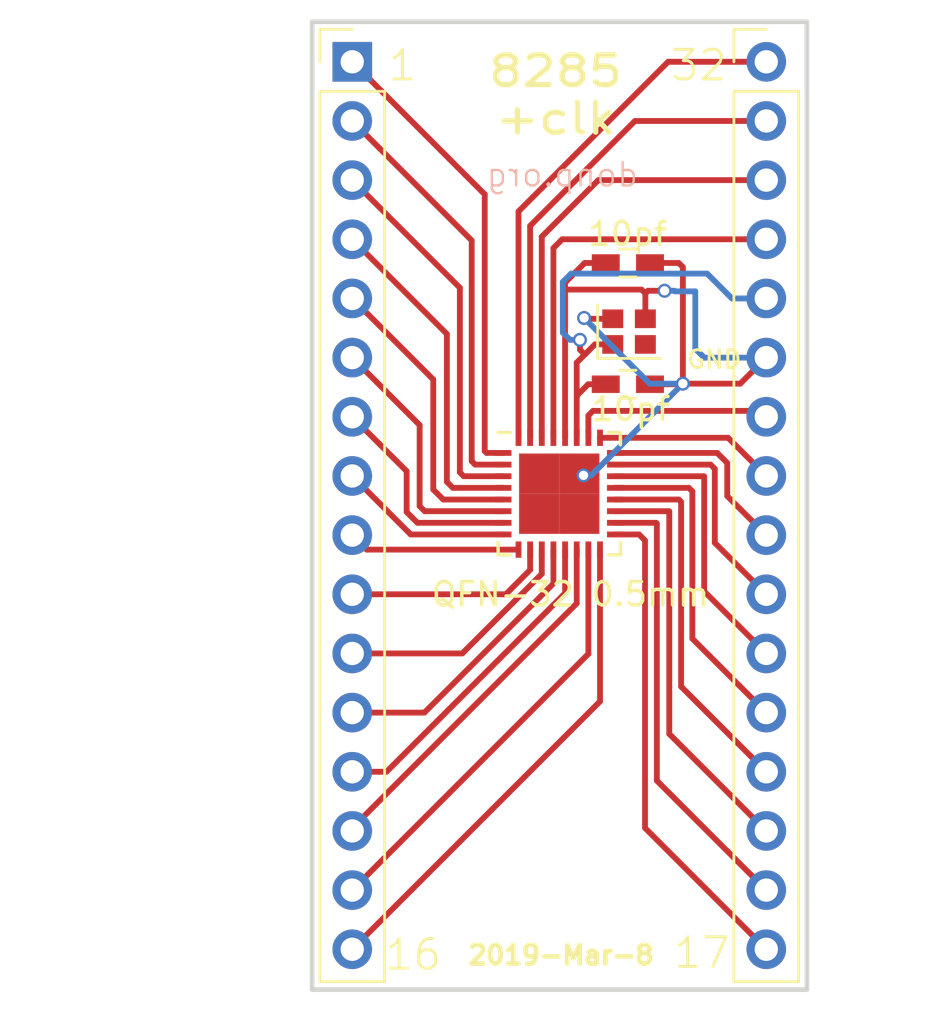
<source format=kicad_pcb>
(kicad_pcb (version 20171130) (host pcbnew 5.0.2-bee76a0~70~ubuntu18.04.1)

  (general
    (thickness 1.6)
    (drawings 12)
    (tracks 157)
    (zones 0)
    (modules 6)
    (nets 1)
  )

  (page A4)
  (layers
    (0 F.Cu signal)
    (31 B.Cu signal)
    (32 B.Adhes user)
    (33 F.Adhes user)
    (34 B.Paste user)
    (35 F.Paste user)
    (36 B.SilkS user)
    (37 F.SilkS user)
    (38 B.Mask user)
    (39 F.Mask user)
    (40 Dwgs.User user)
    (41 Cmts.User user)
    (42 Eco1.User user)
    (43 Eco2.User user)
    (44 Edge.Cuts user)
    (45 Margin user)
    (46 B.CrtYd user)
    (47 F.CrtYd user)
    (48 B.Fab user)
    (49 F.Fab user)
  )

  (setup
    (last_trace_width 0.25)
    (trace_clearance 0.2)
    (zone_clearance 0.508)
    (zone_45_only no)
    (trace_min 0.2)
    (segment_width 0.2)
    (edge_width 0.2)
    (via_size 0.6)
    (via_drill 0.4)
    (via_min_size 0.4)
    (via_min_drill 0.3)
    (uvia_size 0.3)
    (uvia_drill 0.1)
    (uvias_allowed no)
    (uvia_min_size 0.2)
    (uvia_min_drill 0.1)
    (pcb_text_width 0.3)
    (pcb_text_size 1.5 1.5)
    (mod_edge_width 0.15)
    (mod_text_size 1 1)
    (mod_text_width 0.15)
    (pad_size 1.7 1.7)
    (pad_drill 1)
    (pad_to_mask_clearance 0.2)
    (solder_mask_min_width 0.25)
    (aux_axis_origin 0 0)
    (visible_elements FFFEFFFF)
    (pcbplotparams
      (layerselection 0x010f0_80000001)
      (usegerberextensions true)
      (usegerberattributes false)
      (usegerberadvancedattributes false)
      (creategerberjobfile false)
      (excludeedgelayer true)
      (linewidth 0.100000)
      (plotframeref false)
      (viasonmask false)
      (mode 1)
      (useauxorigin false)
      (hpglpennumber 1)
      (hpglpenspeed 20)
      (hpglpendiameter 15.000000)
      (psnegative false)
      (psa4output false)
      (plotreference true)
      (plotvalue true)
      (plotinvisibletext false)
      (padsonsilk false)
      (subtractmaskfromsilk false)
      (outputformat 1)
      (mirror false)
      (drillshape 0)
      (scaleselection 1)
      (outputdirectory "/home/donp/osh"))
  )

  (net 0 "")

  (net_class Default "This is the default net class."
    (clearance 0.2)
    (trace_width 0.25)
    (via_dia 0.6)
    (via_drill 0.4)
    (uvia_dia 0.3)
    (uvia_drill 0.1)
  )

  (module Capacitors_SMD:C_0603_HandSoldering (layer F.Cu) (tedit 5C82C228) (tstamp 58BC7DF5)
    (at 138.8364 64.516)
    (descr "Capacitor SMD 0603, hand soldering")
    (tags "capacitor 0603")
    (attr smd)
    (fp_text reference 10pf (at 0 -1.25) (layer F.SilkS)
      (effects (font (size 1 1) (thickness 0.15)))
    )
    (fp_text value "" (at 0 1.5) (layer F.Fab) hide
      (effects (font (size 1 1) (thickness 0.15)))
    )
    (fp_text user "" (at 0 -1.25) (layer F.Fab)
      (effects (font (size 1 1) (thickness 0.15)))
    )
    (fp_line (start -0.8 0.4) (end -0.8 -0.4) (layer F.Fab) (width 0.1))
    (fp_line (start 0.8 0.4) (end -0.8 0.4) (layer F.Fab) (width 0.1))
    (fp_line (start 0.8 -0.4) (end 0.8 0.4) (layer F.Fab) (width 0.1))
    (fp_line (start -0.8 -0.4) (end 0.8 -0.4) (layer F.Fab) (width 0.1))
    (fp_line (start -0.35 -0.6) (end 0.35 -0.6) (layer F.SilkS) (width 0.12))
    (fp_line (start 0.35 0.6) (end -0.35 0.6) (layer F.SilkS) (width 0.12))
    (fp_line (start -1.8 -0.65) (end 1.8 -0.65) (layer F.CrtYd) (width 0.05))
    (fp_line (start -1.8 -0.65) (end -1.8 0.65) (layer F.CrtYd) (width 0.05))
    (fp_line (start 1.8 0.65) (end 1.8 -0.65) (layer F.CrtYd) (width 0.05))
    (fp_line (start 1.8 0.65) (end -1.8 0.65) (layer F.CrtYd) (width 0.05))
    (pad 1 smd rect (at -0.95 0) (size 1.2 0.75) (layers F.Cu F.Paste F.Mask))
    (pad 2 smd rect (at 0.95 0) (size 1.2 0.75) (layers F.Cu F.Paste F.Mask))
    (model Capacitors_SMD.3dshapes/C_0603.wrl
      (at (xyz 0 0 0))
      (scale (xyz 1 1 1))
      (rotate (xyz 0 0 0))
    )
  )

  (module Housings_DFN_QFN:QFN-32-1EP_5x5mm_Pitch0.5mm (layer F.Cu) (tedit 58BB1A1A) (tstamp 586A90D0)
    (at 135.89 74.422)
    (descr "UH Package; 32-Lead Plastic QFN (5mm x 5mm); (see Linear Technology QFN_32_05-08-1693.pdf)")
    (tags "QFN 0.5")
    (attr smd)
    (fp_text reference "QFN-32 0.5mm" (at 0.4826 4.318) (layer F.SilkS)
      (effects (font (size 1 1) (thickness 0.15)))
    )
    (fp_text value QFN-32-1EP_5x5mm_Pitch0.5mm (at 0 3.75) (layer F.Fab)
      (effects (font (size 1 1) (thickness 0.15)))
    )
    (fp_line (start -1.5 -2.5) (end 2.5 -2.5) (layer F.Fab) (width 0.15))
    (fp_line (start 2.5 -2.5) (end 2.5 2.5) (layer F.Fab) (width 0.15))
    (fp_line (start 2.5 2.5) (end -2.5 2.5) (layer F.Fab) (width 0.15))
    (fp_line (start -2.5 2.5) (end -2.5 -1.5) (layer F.Fab) (width 0.15))
    (fp_line (start -2.5 -1.5) (end -1.5 -2.5) (layer F.Fab) (width 0.15))
    (fp_line (start -3 -3) (end -3 3) (layer F.CrtYd) (width 0.05))
    (fp_line (start 3 -3) (end 3 3) (layer F.CrtYd) (width 0.05))
    (fp_line (start -3 -3) (end 3 -3) (layer F.CrtYd) (width 0.05))
    (fp_line (start -3 3) (end 3 3) (layer F.CrtYd) (width 0.05))
    (fp_line (start 2.625 -2.625) (end 2.625 -2.1) (layer F.SilkS) (width 0.15))
    (fp_line (start -2.625 2.625) (end -2.625 2.1) (layer F.SilkS) (width 0.15))
    (fp_line (start 2.625 2.625) (end 2.625 2.1) (layer F.SilkS) (width 0.15))
    (fp_line (start -2.625 -2.625) (end -2.1 -2.625) (layer F.SilkS) (width 0.15))
    (fp_line (start -2.625 2.625) (end -2.1 2.625) (layer F.SilkS) (width 0.15))
    (fp_line (start 2.625 2.625) (end 2.1 2.625) (layer F.SilkS) (width 0.15))
    (fp_line (start 2.625 -2.625) (end 2.1 -2.625) (layer F.SilkS) (width 0.15))
    (pad 1 smd rect (at -2.4 -1.75) (size 0.7 0.25) (layers F.Cu F.Paste F.Mask))
    (pad 2 smd rect (at -2.4 -1.25) (size 0.7 0.25) (layers F.Cu F.Paste F.Mask))
    (pad 3 smd rect (at -2.4 -0.75) (size 0.7 0.25) (layers F.Cu F.Paste F.Mask))
    (pad 4 smd rect (at -2.4 -0.25) (size 0.7 0.25) (layers F.Cu F.Paste F.Mask))
    (pad 5 smd rect (at -2.4 0.25) (size 0.7 0.25) (layers F.Cu F.Paste F.Mask))
    (pad 6 smd rect (at -2.4 0.75) (size 0.7 0.25) (layers F.Cu F.Paste F.Mask))
    (pad 7 smd rect (at -2.4 1.25) (size 0.7 0.25) (layers F.Cu F.Paste F.Mask))
    (pad 8 smd rect (at -2.4 1.75) (size 0.7 0.25) (layers F.Cu F.Paste F.Mask))
    (pad 9 smd rect (at -1.75 2.4 90) (size 0.7 0.25) (layers F.Cu F.Paste F.Mask))
    (pad 10 smd rect (at -1.25 2.4 90) (size 0.7 0.25) (layers F.Cu F.Paste F.Mask))
    (pad 11 smd rect (at -0.75 2.4 90) (size 0.7 0.25) (layers F.Cu F.Paste F.Mask))
    (pad 12 smd rect (at -0.25 2.4 90) (size 0.7 0.25) (layers F.Cu F.Paste F.Mask))
    (pad 13 smd rect (at 0.25 2.4 90) (size 0.7 0.25) (layers F.Cu F.Paste F.Mask))
    (pad 14 smd rect (at 0.75 2.4 90) (size 0.7 0.25) (layers F.Cu F.Paste F.Mask))
    (pad 15 smd rect (at 1.25 2.4 90) (size 0.7 0.25) (layers F.Cu F.Paste F.Mask))
    (pad 16 smd rect (at 1.75 2.4 90) (size 0.7 0.25) (layers F.Cu F.Paste F.Mask))
    (pad 17 smd rect (at 2.4 1.75) (size 0.7 0.25) (layers F.Cu F.Paste F.Mask))
    (pad 18 smd rect (at 2.4 1.25) (size 0.7 0.25) (layers F.Cu F.Paste F.Mask))
    (pad 19 smd rect (at 2.4 0.75) (size 0.7 0.25) (layers F.Cu F.Paste F.Mask))
    (pad 20 smd rect (at 2.4 0.25) (size 0.7 0.25) (layers F.Cu F.Paste F.Mask))
    (pad 21 smd rect (at 2.4 -0.25) (size 0.7 0.25) (layers F.Cu F.Paste F.Mask))
    (pad 22 smd rect (at 2.4 -0.75) (size 0.7 0.25) (layers F.Cu F.Paste F.Mask))
    (pad 23 smd rect (at 2.4 -1.25) (size 0.7 0.25) (layers F.Cu F.Paste F.Mask))
    (pad 24 smd rect (at 2.4 -1.75) (size 0.7 0.25) (layers F.Cu F.Paste F.Mask))
    (pad 25 smd rect (at 1.75 -2.4 90) (size 0.7 0.25) (layers F.Cu F.Paste F.Mask))
    (pad 26 smd rect (at 1.25 -2.4 90) (size 0.7 0.25) (layers F.Cu F.Paste F.Mask))
    (pad 27 smd rect (at 0.75 -2.4 90) (size 0.7 0.25) (layers F.Cu F.Paste F.Mask))
    (pad 28 smd rect (at 0.25 -2.4 90) (size 0.7 0.25) (layers F.Cu F.Paste F.Mask))
    (pad 29 smd rect (at -0.25 -2.4 90) (size 0.7 0.25) (layers F.Cu F.Paste F.Mask))
    (pad 30 smd rect (at -0.75 -2.4 90) (size 0.7 0.25) (layers F.Cu F.Paste F.Mask))
    (pad 31 smd rect (at -1.25 -2.4 90) (size 0.7 0.25) (layers F.Cu F.Paste F.Mask))
    (pad 32 smd rect (at -1.75 -2.4 90) (size 0.7 0.25) (layers F.Cu F.Paste F.Mask))
    (pad 33 smd rect (at 0.8625 0.8625) (size 1.725 1.725) (layers F.Cu F.Paste F.Mask)
      (solder_paste_margin_ratio -0.2))
    (pad 33 smd rect (at 0.8625 -0.8625) (size 1.725 1.725) (layers F.Cu F.Paste F.Mask)
      (solder_paste_margin_ratio -0.2))
    (pad 33 smd rect (at -0.8625 0.8625) (size 1.725 1.725) (layers F.Cu F.Paste F.Mask)
      (solder_paste_margin_ratio -0.2))
    (pad 33 smd rect (at -0.8625 -0.8625) (size 1.725 1.725) (layers F.Cu F.Paste F.Mask)
      (solder_paste_margin_ratio -0.2))
    (model Housings_DFN_QFN.3dshapes/QFN-32-1EP_5x5mm_Pitch0.5mm.wrl
      (at (xyz 0 0 0))
      (scale (xyz 1 1 1))
      (rotate (xyz 0 0 0))
    )
  )

  (module Crystals:Crystal_SMD_2016-4pin_2.0x1.6mm (layer F.Cu) (tedit 5C82C218) (tstamp 58BBA3AB)
    (at 138.8872 67.4624)
    (descr "SMD Crystal SERIES SMD2016/4 http://www.q-crystal.com/upload/5/2015552223166229.pdf, 2.0x1.6mm^2 package")
    (tags "SMD SMT crystal")
    (attr smd)
    (fp_text reference 26mhz (at -0.0254 -1.7526) (layer F.SilkS) hide
      (effects (font (size 1 1) (thickness 0.15)))
    )
    (fp_text value Crystal_SMD_2016-4pin_2.0x1.6mm (at 0 2) (layer F.Fab)
      (effects (font (size 1 1) (thickness 0.15)))
    )
    (fp_line (start -0.9 -0.8) (end 0.9 -0.8) (layer F.Fab) (width 0.1))
    (fp_line (start 0.9 -0.8) (end 1 -0.7) (layer F.Fab) (width 0.1))
    (fp_line (start 1 -0.7) (end 1 0.7) (layer F.Fab) (width 0.1))
    (fp_line (start 1 0.7) (end 0.9 0.8) (layer F.Fab) (width 0.1))
    (fp_line (start 0.9 0.8) (end -0.9 0.8) (layer F.Fab) (width 0.1))
    (fp_line (start -0.9 0.8) (end -1 0.7) (layer F.Fab) (width 0.1))
    (fp_line (start -1 0.7) (end -1 -0.7) (layer F.Fab) (width 0.1))
    (fp_line (start -1 -0.7) (end -0.9 -0.8) (layer F.Fab) (width 0.1))
    (fp_line (start -1 0.3) (end -0.5 0.8) (layer F.Fab) (width 0.1))
    (fp_line (start -1.35 -1.15) (end -1.35 1.15) (layer F.SilkS) (width 0.12))
    (fp_line (start -1.35 1.15) (end 1.35 1.15) (layer F.SilkS) (width 0.12))
    (fp_line (start -1.4 -1.3) (end -1.4 1.3) (layer F.CrtYd) (width 0.05))
    (fp_line (start -1.4 1.3) (end 1.4 1.3) (layer F.CrtYd) (width 0.05))
    (fp_line (start 1.4 1.3) (end 1.4 -1.3) (layer F.CrtYd) (width 0.05))
    (fp_line (start 1.4 -1.3) (end -1.4 -1.3) (layer F.CrtYd) (width 0.05))
    (pad 1 smd rect (at -0.7 0.55) (size 0.9 0.8) (layers F.Cu F.Mask))
    (pad 2 smd rect (at 0.7 0.55) (size 0.9 0.8) (layers F.Cu F.Mask))
    (pad 3 smd rect (at 0.7 -0.55) (size 0.9 0.8) (layers F.Cu F.Mask))
    (pad 4 smd rect (at -0.7 -0.55) (size 0.9 0.8) (layers F.Cu F.Mask))
    (model Crystals.3dshapes/Crystal_SMD_2016-4pin_2.0x1.6mm.wrl
      (at (xyz 0 0 0))
      (scale (xyz 1 1 1))
      (rotate (xyz 0 0 0))
    )
  )

  (module Capacitors_SMD:C_0603_HandSoldering (layer F.Cu) (tedit 58BB1A22) (tstamp 58BC7DC0)
    (at 138.8364 69.723)
    (descr "Capacitor SMD 0603, hand soldering")
    (tags "capacitor 0603")
    (attr smd)
    (fp_text reference 10pf (at 0.127 1.0668) (layer F.SilkS)
      (effects (font (size 1 1) (thickness 0.15)))
    )
    (fp_text value C_0603_HandSoldering (at 0 1.5) (layer F.Fab)
      (effects (font (size 1 1) (thickness 0.15)))
    )
    (fp_text user "" (at 0 -1.25) (layer F.Fab)
      (effects (font (size 1 1) (thickness 0.15)))
    )
    (fp_line (start -0.8 0.4) (end -0.8 -0.4) (layer F.Fab) (width 0.1))
    (fp_line (start 0.8 0.4) (end -0.8 0.4) (layer F.Fab) (width 0.1))
    (fp_line (start 0.8 -0.4) (end 0.8 0.4) (layer F.Fab) (width 0.1))
    (fp_line (start -0.8 -0.4) (end 0.8 -0.4) (layer F.Fab) (width 0.1))
    (fp_line (start -0.35 -0.6) (end 0.35 -0.6) (layer F.SilkS) (width 0.12))
    (fp_line (start 0.35 0.6) (end -0.35 0.6) (layer F.SilkS) (width 0.12))
    (fp_line (start -1.8 -0.65) (end 1.8 -0.65) (layer F.CrtYd) (width 0.05))
    (fp_line (start -1.8 -0.65) (end -1.8 0.65) (layer F.CrtYd) (width 0.05))
    (fp_line (start 1.8 0.65) (end 1.8 -0.65) (layer F.CrtYd) (width 0.05))
    (fp_line (start 1.8 0.65) (end -1.8 0.65) (layer F.CrtYd) (width 0.05))
    (pad 1 smd rect (at -0.95 0) (size 1.2 0.75) (layers F.Cu F.Paste F.Mask))
    (pad 2 smd rect (at 0.95 0) (size 1.2 0.75) (layers F.Cu F.Paste F.Mask))
    (model Capacitors_SMD.3dshapes/C_0603.wrl
      (at (xyz 0 0 0))
      (scale (xyz 1 1 1))
      (rotate (xyz 0 0 0))
    )
  )

  (module Pin_Headers:Pin_Header_Straight_1x16_Pitch2.54mm (layer F.Cu) (tedit 5C82C701) (tstamp 58BB0EB7)
    (at 144.78 55.88)
    (descr "Through hole straight pin header, 1x16, 2.54mm pitch, single row")
    (tags "Through hole pin header THT 1x16 2.54mm single row")
    (fp_text reference "" (at 0 -2.39) (layer F.SilkS)
      (effects (font (size 1 1) (thickness 0.15)))
    )
    (fp_text value Pin_Header_Straight_1x08_Pitch2.54mm (at 0 40.49) (layer F.Fab) hide
      (effects (font (size 1 1) (thickness 0.15)))
    )
    (fp_line (start -1.27 -1.27) (end -1.27 39.37) (layer F.Fab) (width 0.1))
    (fp_line (start -1.27 39.37) (end 1.27 39.37) (layer F.Fab) (width 0.1))
    (fp_line (start 1.27 39.37) (end 1.27 -1.27) (layer F.Fab) (width 0.1))
    (fp_line (start 1.27 -1.27) (end -1.27 -1.27) (layer F.Fab) (width 0.1))
    (fp_line (start -1.39 1.27) (end -1.39 39.49) (layer F.SilkS) (width 0.12))
    (fp_line (start -1.39 39.49) (end 1.39 39.49) (layer F.SilkS) (width 0.12))
    (fp_line (start 1.39 39.49) (end 1.39 1.27) (layer F.SilkS) (width 0.12))
    (fp_line (start 1.39 1.27) (end -1.39 1.27) (layer F.SilkS) (width 0.12))
    (fp_line (start -1.39 0) (end -1.39 -1.39) (layer F.SilkS) (width 0.12))
    (fp_line (start -1.39 -1.39) (end 0 -1.39) (layer F.SilkS) (width 0.12))
    (fp_line (start -1.6 -1.6) (end -1.6 39.7) (layer F.CrtYd) (width 0.05))
    (fp_line (start -1.6 39.7) (end 1.6 39.7) (layer F.CrtYd) (width 0.05))
    (fp_line (start 1.6 39.7) (end 1.6 -1.6) (layer F.CrtYd) (width 0.05))
    (fp_line (start 1.6 -1.6) (end -1.6 -1.6) (layer F.CrtYd) (width 0.05))
    (pad 1 thru_hole circle (at 0 0) (size 1.7 1.7) (drill 1) (layers *.Cu *.Mask))
    (pad 2 thru_hole oval (at 0 2.54) (size 1.7 1.7) (drill 1) (layers *.Cu *.Mask))
    (pad 3 thru_hole oval (at 0 5.08) (size 1.7 1.7) (drill 1) (layers *.Cu *.Mask))
    (pad 4 thru_hole oval (at 0 7.62) (size 1.7 1.7) (drill 1) (layers *.Cu *.Mask))
    (pad 5 thru_hole oval (at 0 10.16) (size 1.7 1.7) (drill 1) (layers *.Cu *.Mask))
    (pad 6 thru_hole oval (at 0 12.7) (size 1.7 1.7) (drill 1) (layers *.Cu *.Mask))
    (pad 7 thru_hole oval (at 0 15.24) (size 1.7 1.7) (drill 1) (layers *.Cu *.Mask))
    (pad 8 thru_hole oval (at 0 17.78) (size 1.7 1.7) (drill 1) (layers *.Cu *.Mask))
    (pad 9 thru_hole oval (at 0 20.32) (size 1.7 1.7) (drill 1) (layers *.Cu *.Mask))
    (pad 10 thru_hole oval (at 0 22.86) (size 1.7 1.7) (drill 1) (layers *.Cu *.Mask))
    (pad 11 thru_hole oval (at 0 25.4) (size 1.7 1.7) (drill 1) (layers *.Cu *.Mask))
    (pad 12 thru_hole oval (at 0 27.94) (size 1.7 1.7) (drill 1) (layers *.Cu *.Mask))
    (pad 13 thru_hole oval (at 0 30.48) (size 1.7 1.7) (drill 1) (layers *.Cu *.Mask))
    (pad 14 thru_hole oval (at 0 33.02) (size 1.7 1.7) (drill 1) (layers *.Cu *.Mask))
    (pad 15 thru_hole oval (at 0 35.56) (size 1.7 1.7) (drill 1) (layers *.Cu *.Mask))
    (pad 16 thru_hole oval (at 0 38.1) (size 1.7 1.7) (drill 1) (layers *.Cu *.Mask))
    (model Pin_Headers.3dshapes/Pin_Header_Straight_1x16_Pitch2.54mm.wrl
      (offset (xyz 0 -19.04999971389771 0))
      (scale (xyz 1 1 1))
      (rotate (xyz 0 0 90))
    )
  )

  (module Pin_Headers:Pin_Header_Straight_1x16_Pitch2.54mm (layer F.Cu) (tedit 5862ED52) (tstamp 58A811C0)
    (at 127 55.88)
    (descr "Through hole straight pin header, 1x16, 2.54mm pitch, single row")
    (tags "Through hole pin header THT 1x16 2.54mm single row")
    (fp_text reference "" (at 0 -2.39) (layer F.SilkS)
      (effects (font (size 1 1) (thickness 0.15)))
    )
    (fp_text value Pin_Header_Straight_1x08_Pitch2.54mm (at 0 40.49) (layer F.Fab)
      (effects (font (size 1 1) (thickness 0.15)))
    )
    (fp_line (start -1.27 -1.27) (end -1.27 39.37) (layer F.Fab) (width 0.1))
    (fp_line (start -1.27 39.37) (end 1.27 39.37) (layer F.Fab) (width 0.1))
    (fp_line (start 1.27 39.37) (end 1.27 -1.27) (layer F.Fab) (width 0.1))
    (fp_line (start 1.27 -1.27) (end -1.27 -1.27) (layer F.Fab) (width 0.1))
    (fp_line (start -1.39 1.27) (end -1.39 39.49) (layer F.SilkS) (width 0.12))
    (fp_line (start -1.39 39.49) (end 1.39 39.49) (layer F.SilkS) (width 0.12))
    (fp_line (start 1.39 39.49) (end 1.39 1.27) (layer F.SilkS) (width 0.12))
    (fp_line (start 1.39 1.27) (end -1.39 1.27) (layer F.SilkS) (width 0.12))
    (fp_line (start -1.39 0) (end -1.39 -1.39) (layer F.SilkS) (width 0.12))
    (fp_line (start -1.39 -1.39) (end 0 -1.39) (layer F.SilkS) (width 0.12))
    (fp_line (start -1.6 -1.6) (end -1.6 39.7) (layer F.CrtYd) (width 0.05))
    (fp_line (start -1.6 39.7) (end 1.6 39.7) (layer F.CrtYd) (width 0.05))
    (fp_line (start 1.6 39.7) (end 1.6 -1.6) (layer F.CrtYd) (width 0.05))
    (fp_line (start 1.6 -1.6) (end -1.6 -1.6) (layer F.CrtYd) (width 0.05))
    (pad 1 thru_hole rect (at 0 0) (size 1.7 1.7) (drill 1) (layers *.Cu *.Mask))
    (pad 2 thru_hole oval (at 0 2.54) (size 1.7 1.7) (drill 1) (layers *.Cu *.Mask))
    (pad 3 thru_hole oval (at 0 5.08) (size 1.7 1.7) (drill 1) (layers *.Cu *.Mask))
    (pad 4 thru_hole oval (at 0 7.62) (size 1.7 1.7) (drill 1) (layers *.Cu *.Mask))
    (pad 5 thru_hole oval (at 0 10.16) (size 1.7 1.7) (drill 1) (layers *.Cu *.Mask))
    (pad 6 thru_hole oval (at 0 12.7) (size 1.7 1.7) (drill 1) (layers *.Cu *.Mask))
    (pad 7 thru_hole oval (at 0 15.24) (size 1.7 1.7) (drill 1) (layers *.Cu *.Mask))
    (pad 8 thru_hole oval (at 0 17.78) (size 1.7 1.7) (drill 1) (layers *.Cu *.Mask))
    (pad 9 thru_hole oval (at 0 20.32) (size 1.7 1.7) (drill 1) (layers *.Cu *.Mask))
    (pad 10 thru_hole oval (at 0 22.86) (size 1.7 1.7) (drill 1) (layers *.Cu *.Mask))
    (pad 11 thru_hole oval (at 0 25.4) (size 1.7 1.7) (drill 1) (layers *.Cu *.Mask))
    (pad 12 thru_hole oval (at 0 27.94) (size 1.7 1.7) (drill 1) (layers *.Cu *.Mask))
    (pad 13 thru_hole oval (at 0 30.48) (size 1.7 1.7) (drill 1) (layers *.Cu *.Mask))
    (pad 14 thru_hole oval (at 0 33.02) (size 1.7 1.7) (drill 1) (layers *.Cu *.Mask))
    (pad 15 thru_hole oval (at 0 35.56) (size 1.7 1.7) (drill 1) (layers *.Cu *.Mask))
    (pad 16 thru_hole oval (at 0 38.1) (size 1.7 1.7) (drill 1) (layers *.Cu *.Mask))
    (model Pin_Headers.3dshapes/Pin_Header_Straight_1x16_Pitch2.54mm.wrl
      (offset (xyz 0 -19.04999971389771 0))
      (scale (xyz 1 1 1))
      (rotate (xyz 0 0 90))
    )
  )

  (gr_text 2019-Mar-8 (at 135.9662 94.234) (layer F.SilkS)
    (effects (font (size 0.8 0.8) (thickness 0.2)))
  )
  (gr_text 17 (at 142.0114 94.1324) (layer F.SilkS)
    (effects (font (size 1.27 1.27) (thickness 0.127)))
  )
  (gr_text 16 (at 129.6162 94.2086) (layer F.SilkS)
    (effects (font (size 1.27 1.27) (thickness 0.127)))
  )
  (gr_text 32 (at 141.8844 56.0324) (layer F.SilkS)
    (effects (font (size 1.27 1.27) (thickness 0.127)))
  )
  (gr_text GND (at 142.5448 68.6562) (layer F.SilkS)
    (effects (font (size 0.762 0.762) (thickness 0.127)))
  )
  (gr_text 1 (at 129.159 56.0324) (layer F.SilkS)
    (effects (font (size 1.27 1.27) (thickness 0.127)))
  )
  (gr_text "8285\n+clk" (at 135.7376 57.3024) (layer F.SilkS)
    (effects (font (size 1.27 1.5) (thickness 0.2286)))
  )
  (gr_text donp.org (at 136.017 60.7314) (layer B.SilkS)
    (effects (font (size 1 1) (thickness 0.1)) (justify mirror))
  )
  (gr_line (start 146.5246 54.1618) (end 146.5246 95.7112) (angle 90) (layer Edge.Cuts) (width 0.2) (tstamp 5869BE58))
  (gr_line (start 125.2794 54.1618) (end 125.2794 95.7112) (angle 90) (layer Edge.Cuts) (width 0.2))
  (gr_line (start 125.2794 95.7112) (end 146.5246 95.7112) (angle 90) (layer Edge.Cuts) (width 0.2) (tstamp 5869BDB4))
  (gr_line (start 125.2794 54.1618) (end 146.5246 54.1618) (angle 90) (layer Edge.Cuts) (width 0.2))

  (segment (start 141.1986 69.6976) (end 143.6624 69.6976) (width 0.25) (layer F.Cu) (net 0))
  (segment (start 143.6624 69.6976) (end 144.78 68.58) (width 0.25) (layer F.Cu) (net 0) (tstamp 58BCCB5B) (status 800000))
  (segment (start 141.1986 64.6938) (end 141.1986 69.6976) (width 0.25) (layer F.Cu) (net 0) (tstamp 58BCCA9A))
  (segment (start 141.0208 64.516) (end 141.1986 64.6938) (width 0.25) (layer F.Cu) (net 0) (tstamp 58BCCA99))
  (segment (start 139.7864 64.516) (end 141.0208 64.516) (width 0.25) (layer F.Cu) (net 0) (status 10))
  (segment (start 138.1872 66.9124) (end 136.991 66.9124) (width 0.25) (layer F.Cu) (net 0) (status 10))
  (segment (start 139.7762 69.6976) (end 141.1986 69.6976) (width 0.25) (layer B.Cu) (net 0) (tstamp 58BCCA95))
  (segment (start 136.9568 66.8782) (end 139.7762 69.6976) (width 0.25) (layer B.Cu) (net 0) (tstamp 58BCCA94))
  (via (at 136.9568 66.8782) (size 0.6) (drill 0.4) (layers F.Cu B.Cu) (net 0))
  (segment (start 136.991 66.9124) (end 136.9568 66.8782) (width 0.25) (layer F.Cu) (net 0) (tstamp 58BCCA92))
  (segment (start 139.7864 69.723) (end 141.1732 69.723) (width 0.25) (layer F.Cu) (net 0) (status 10))
  (segment (start 136.9314 73.6346) (end 136.8563 73.5595) (width 0.25) (layer F.Cu) (net 0) (tstamp 58BCCA8E) (status 30))
  (via (at 136.9314 73.6346) (size 0.6) (drill 0.4) (layers F.Cu B.Cu) (net 0) (status 30))
  (segment (start 137.2616 73.6346) (end 136.9314 73.6346) (width 0.25) (layer B.Cu) (net 0) (tstamp 58BCCA8C))
  (segment (start 141.1986 69.6976) (end 137.2616 73.6346) (width 0.25) (layer B.Cu) (net 0) (tstamp 58BCCA8B))
  (via (at 141.1986 69.6976) (size 0.6) (drill 0.4) (layers F.Cu B.Cu) (net 0))
  (segment (start 141.1732 69.723) (end 141.1986 69.6976) (width 0.25) (layer F.Cu) (net 0) (tstamp 58BCCA89))
  (segment (start 136.8563 73.5595) (end 136.7525 73.5595) (width 0.25) (layer F.Cu) (net 0) (tstamp 58BCCA8F) (status 30))
  (segment (start 136.14 65.659) (end 139.4206 65.659) (width 0.25) (layer F.Cu) (net 0))
  (segment (start 139.5872 65.8256) (end 139.5872 66.9124) (width 0.25) (layer F.Cu) (net 0) (tstamp 58BCCA7D) (status 20))
  (segment (start 139.4206 65.659) (end 139.5872 65.8256) (width 0.25) (layer F.Cu) (net 0) (tstamp 58BCCA7C))
  (segment (start 136.14 72.022) (end 136.14 65.659) (width 0.25) (layer F.Cu) (net 0) (status 10))
  (segment (start 136.14 65.659) (end 136.14 65.3582) (width 0.25) (layer F.Cu) (net 0) (tstamp 58BCCA7A))
  (segment (start 136.9822 64.516) (end 137.8864 64.516) (width 0.25) (layer F.Cu) (net 0) (tstamp 58BCCA77) (status 20))
  (segment (start 136.14 65.3582) (end 136.9822 64.516) (width 0.25) (layer F.Cu) (net 0) (tstamp 58BCCA76))
  (segment (start 136.64 70.3072) (end 136.64 68.7952) (width 0.25) (layer F.Cu) (net 0))
  (segment (start 137.4228 68.0124) (end 138.1872 68.0124) (width 0.25) (layer F.Cu) (net 0) (tstamp 58BCCA71) (status 20))
  (segment (start 136.64 72.022) (end 136.64 70.3072) (width 0.25) (layer F.Cu) (net 0) (status 10))
  (segment (start 136.64 70.3072) (end 136.64 70.2176) (width 0.25) (layer F.Cu) (net 0) (tstamp 58BCCA6E))
  (segment (start 137.1346 69.723) (end 137.8864 69.723) (width 0.25) (layer F.Cu) (net 0) (tstamp 58BCCA6B) (status 20))
  (segment (start 136.64 70.2176) (end 137.1346 69.723) (width 0.25) (layer F.Cu) (net 0) (tstamp 58BCCA6A))
  (segment (start 136.8287 73.5595) (end 136.7525 73.5595) (width 0.25) (layer F.Cu) (net 0) (tstamp 58BCCA22) (status 30))
  (segment (start 136.7525 75.3883) (end 136.7525 75.2845) (width 0.25) (layer F.Cu) (net 0) (tstamp 58BCC9DF) (status 30))
  (segment (start 135.64 72.022) (end 135.64 63.877) (width 0.25) (layer F.Cu) (net 0) (status 10))
  (segment (start 136.017 63.5) (end 144.78 63.5) (width 0.25) (layer F.Cu) (net 0) (tstamp 58BB1257) (status 20))
  (segment (start 135.64 63.877) (end 136.017 63.5) (width 0.25) (layer F.Cu) (net 0) (tstamp 58BB1256))
  (segment (start 135.14 72.022) (end 135.14 63.3864) (width 0.25) (layer F.Cu) (net 0) (status 10))
  (segment (start 137.5664 60.96) (end 144.78 60.96) (width 0.25) (layer F.Cu) (net 0) (tstamp 58BB124D) (status 20))
  (segment (start 135.14 63.3864) (end 137.5664 60.96) (width 0.25) (layer F.Cu) (net 0) (tstamp 58BB124B))
  (segment (start 138.29 76.172) (end 139.3164 76.172) (width 0.25) (layer F.Cu) (net 0) (status 10))
  (segment (start 139.573 88.773) (end 144.78 93.98) (width 0.25) (layer F.Cu) (net 0) (tstamp 58BB11F8) (status 20))
  (segment (start 139.573 76.4286) (end 139.573 88.773) (width 0.25) (layer F.Cu) (net 0) (tstamp 58BB11F5))
  (segment (start 139.3164 76.172) (end 139.573 76.4286) (width 0.25) (layer F.Cu) (net 0) (tstamp 58BB11F4))
  (segment (start 138.29 75.672) (end 140.0502 75.672) (width 0.25) (layer F.Cu) (net 0) (status 10))
  (segment (start 140.081 86.741) (end 144.78 91.44) (width 0.25) (layer F.Cu) (net 0) (tstamp 58BB11F0) (status 20))
  (segment (start 140.081 75.7028) (end 140.081 86.741) (width 0.25) (layer F.Cu) (net 0) (tstamp 58BB11EF))
  (segment (start 140.0502 75.672) (end 140.081 75.7028) (width 0.25) (layer F.Cu) (net 0) (tstamp 58BB11ED))
  (segment (start 138.29 75.172) (end 140.601 75.172) (width 0.25) (layer F.Cu) (net 0) (status 10))
  (segment (start 140.6144 84.7344) (end 144.78 88.9) (width 0.25) (layer F.Cu) (net 0) (tstamp 58BB11E7) (status 20))
  (segment (start 140.6144 75.1854) (end 140.6144 84.7344) (width 0.25) (layer F.Cu) (net 0) (tstamp 58BB11E2))
  (segment (start 140.601 75.172) (end 140.6144 75.1854) (width 0.25) (layer F.Cu) (net 0) (tstamp 58BB11E0))
  (segment (start 138.29 74.672) (end 141.0248 74.672) (width 0.25) (layer F.Cu) (net 0) (status 10))
  (segment (start 141.1224 82.7024) (end 144.78 86.36) (width 0.25) (layer F.Cu) (net 0) (tstamp 58BB11D6) (status 20))
  (segment (start 141.1224 74.7696) (end 141.1224 82.7024) (width 0.25) (layer F.Cu) (net 0) (tstamp 58BB11D3))
  (segment (start 141.0248 74.672) (end 141.1224 74.7696) (width 0.25) (layer F.Cu) (net 0) (tstamp 58BB11D1))
  (segment (start 138.29 74.172) (end 141.4566 74.172) (width 0.25) (layer F.Cu) (net 0) (status 10))
  (segment (start 141.605 80.645) (end 144.78 83.82) (width 0.25) (layer F.Cu) (net 0) (tstamp 58BB11C3) (status 20))
  (segment (start 141.605 74.3204) (end 141.605 80.645) (width 0.25) (layer F.Cu) (net 0) (tstamp 58BB11C2))
  (segment (start 141.4566 74.172) (end 141.605 74.3204) (width 0.25) (layer F.Cu) (net 0) (tstamp 58BB11C1))
  (segment (start 138.29 73.672) (end 142.0996 73.672) (width 0.25) (layer F.Cu) (net 0) (status 10))
  (segment (start 142.113 78.613) (end 144.78 81.28) (width 0.25) (layer F.Cu) (net 0) (tstamp 58BB11BD) (status 20))
  (segment (start 142.113 73.6854) (end 142.113 78.613) (width 0.25) (layer F.Cu) (net 0) (tstamp 58BB11B6))
  (segment (start 142.0996 73.672) (end 142.113 73.6854) (width 0.25) (layer F.Cu) (net 0) (tstamp 58BB11B4))
  (segment (start 138.29 73.172) (end 142.387 73.172) (width 0.25) (layer F.Cu) (net 0) (status 10))
  (segment (start 142.5702 76.5302) (end 144.78 78.74) (width 0.25) (layer F.Cu) (net 0) (tstamp 58BB11A5) (status 20))
  (segment (start 142.5702 73.3552) (end 142.5702 76.5302) (width 0.25) (layer F.Cu) (net 0) (tstamp 58BB11A4))
  (segment (start 142.387 73.172) (end 142.5702 73.3552) (width 0.25) (layer F.Cu) (net 0) (tstamp 58BB11A3))
  (segment (start 138.29 72.672) (end 142.6744 72.672) (width 0.25) (layer F.Cu) (net 0) (status 10))
  (segment (start 143.1036 74.5236) (end 144.78 76.2) (width 0.25) (layer F.Cu) (net 0) (tstamp 58BB119F) (status 20))
  (segment (start 143.1036 73.1012) (end 143.1036 74.5236) (width 0.25) (layer F.Cu) (net 0) (tstamp 58BB119B))
  (segment (start 142.6744 72.672) (end 143.1036 73.1012) (width 0.25) (layer F.Cu) (net 0) (tstamp 58BB1195))
  (segment (start 134.14 72.022) (end 134.14 62.3036) (width 0.25) (layer F.Cu) (net 0) (status 10))
  (segment (start 140.5636 55.88) (end 144.78 55.88) (width 0.25) (layer F.Cu) (net 0) (tstamp 58BB114C) (status 20))
  (segment (start 134.14 62.3036) (end 140.5636 55.88) (width 0.25) (layer F.Cu) (net 0) (tstamp 58BB114A))
  (segment (start 134.64 72.022) (end 134.64 62.9212) (width 0.25) (layer F.Cu) (net 0) (status 10))
  (segment (start 139.1412 58.42) (end 144.78 58.42) (width 0.25) (layer F.Cu) (net 0) (tstamp 58BB1146) (status 20))
  (segment (start 134.64 62.9212) (end 139.1412 58.42) (width 0.25) (layer F.Cu) (net 0) (tstamp 58BB1143))
  (segment (start 144.1196 60.96) (end 144.78 60.96) (width 0.25) (layer F.Cu) (net 0) (tstamp 58BB113A) (status 30))
  (segment (start 137.14 72.022) (end 137.14 71.0638) (width 0.25) (layer F.Cu) (net 0) (status 10))
  (segment (start 137.3378 70.866) (end 144.526 70.866) (width 0.25) (layer F.Cu) (net 0) (tstamp 58BB111B) (status 20))
  (segment (start 137.14 71.0638) (end 137.3378 70.866) (width 0.25) (layer F.Cu) (net 0) (tstamp 58BB111A))
  (segment (start 144.526 70.866) (end 144.78 71.12) (width 0.25) (layer F.Cu) (net 0) (tstamp 58BB111E) (status 30))
  (segment (start 137.64 72.022) (end 143.142 72.022) (width 0.25) (layer F.Cu) (net 0) (status 10))
  (segment (start 143.142 72.022) (end 144.78 73.66) (width 0.25) (layer F.Cu) (net 0) (tstamp 58BB1114) (status 20))
  (segment (start 137.64 76.822) (end 137.64 83.34) (width 0.25) (layer F.Cu) (net 0) (status 10))
  (segment (start 137.64 83.34) (end 127 93.98) (width 0.25) (layer F.Cu) (net 0) (tstamp 58BB10EE) (status 20))
  (segment (start 137.14 76.822) (end 137.14 81.3) (width 0.25) (layer F.Cu) (net 0) (status 10))
  (segment (start 137.14 81.3) (end 127 91.44) (width 0.25) (layer F.Cu) (net 0) (tstamp 58BB10E7) (status 20))
  (segment (start 136.64 76.822) (end 136.64 79.133) (width 0.25) (layer F.Cu) (net 0) (status 10))
  (segment (start 136.64 79.133) (end 127 88.773) (width 0.25) (layer F.Cu) (net 0) (tstamp 58BB10DE) (status 20))
  (segment (start 127 88.773) (end 127 88.9) (width 0.25) (layer F.Cu) (net 0) (tstamp 58BB10DF) (status 30))
  (segment (start 136.14 76.822) (end 136.14 78.6932) (width 0.25) (layer F.Cu) (net 0) (status 10))
  (segment (start 128.4732 86.36) (end 127 86.36) (width 0.25) (layer F.Cu) (net 0) (tstamp 58BB10DA) (status 20))
  (segment (start 136.14 78.6932) (end 128.4732 86.36) (width 0.25) (layer F.Cu) (net 0) (tstamp 58BB10D8))
  (segment (start 135.64 76.822) (end 135.64 78.2788) (width 0.25) (layer F.Cu) (net 0) (status 10))
  (segment (start 130.0988 83.82) (end 127 83.82) (width 0.25) (layer F.Cu) (net 0) (tstamp 58BB10D4) (status 20))
  (segment (start 135.64 78.2788) (end 130.0988 83.82) (width 0.25) (layer F.Cu) (net 0) (tstamp 58BB10D1))
  (segment (start 135.14 76.822) (end 135.14 77.8644) (width 0.25) (layer F.Cu) (net 0) (status 10))
  (segment (start 131.7244 81.28) (end 127 81.28) (width 0.25) (layer F.Cu) (net 0) (tstamp 58BB10CB) (status 20))
  (segment (start 135.14 77.8644) (end 131.7244 81.28) (width 0.25) (layer F.Cu) (net 0) (tstamp 58BB10C9))
  (segment (start 134.64 76.822) (end 134.64 77.6932) (width 0.25) (layer F.Cu) (net 0) (status 10))
  (segment (start 133.5932 78.74) (end 127 78.74) (width 0.25) (layer F.Cu) (net 0) (tstamp 58BB10C4) (status 20))
  (segment (start 134.64 77.6932) (end 133.5932 78.74) (width 0.25) (layer F.Cu) (net 0) (tstamp 58BB10C0))
  (segment (start 134.14 76.822) (end 127.622 76.822) (width 0.25) (layer F.Cu) (net 0) (status 10))
  (segment (start 127.622 76.822) (end 127 76.2) (width 0.25) (layer F.Cu) (net 0) (tstamp 58BB10BA) (status 20))
  (segment (start 133.49 76.172) (end 129.512 76.172) (width 0.25) (layer F.Cu) (net 0) (status 10))
  (segment (start 129.512 76.172) (end 127 73.66) (width 0.25) (layer F.Cu) (net 0) (tstamp 58BB10B4) (status 20))
  (segment (start 133.49 75.672) (end 129.7994 75.672) (width 0.25) (layer F.Cu) (net 0) (status 10))
  (segment (start 129.3368 73.4568) (end 127 71.12) (width 0.25) (layer F.Cu) (net 0) (tstamp 58BB10A7) (status 20))
  (segment (start 129.3368 75.2094) (end 129.3368 73.4568) (width 0.25) (layer F.Cu) (net 0) (tstamp 58BB10A5))
  (segment (start 129.7994 75.672) (end 129.3368 75.2094) (width 0.25) (layer F.Cu) (net 0) (tstamp 58BB10A0))
  (segment (start 133.49 75.172) (end 130.1108 75.172) (width 0.25) (layer F.Cu) (net 0) (status 10))
  (segment (start 129.8956 71.4756) (end 127 68.58) (width 0.25) (layer F.Cu) (net 0) (tstamp 58BB109C) (status 20))
  (segment (start 129.8956 74.9568) (end 129.8956 71.4756) (width 0.25) (layer F.Cu) (net 0) (tstamp 58BB109B))
  (segment (start 130.1108 75.172) (end 129.8956 74.9568) (width 0.25) (layer F.Cu) (net 0) (tstamp 58BB109A))
  (segment (start 133.49 74.672) (end 130.9076 74.672) (width 0.25) (layer F.Cu) (net 0) (status 10))
  (segment (start 130.4798 69.5198) (end 127 66.04) (width 0.25) (layer F.Cu) (net 0) (tstamp 58BB1096) (status 20))
  (segment (start 130.4798 74.2442) (end 130.4798 69.5198) (width 0.25) (layer F.Cu) (net 0) (tstamp 58BB1095))
  (segment (start 130.9076 74.672) (end 130.4798 74.2442) (width 0.25) (layer F.Cu) (net 0) (tstamp 58BB1094))
  (segment (start 133.49 74.172) (end 131.322 74.172) (width 0.25) (layer F.Cu) (net 0) (status 10))
  (segment (start 131.064 67.564) (end 127 63.5) (width 0.25) (layer F.Cu) (net 0) (tstamp 58BB1090) (status 20))
  (segment (start 131.064 73.914) (end 131.064 67.564) (width 0.25) (layer F.Cu) (net 0) (tstamp 58BB108F))
  (segment (start 131.322 74.172) (end 131.064 73.914) (width 0.25) (layer F.Cu) (net 0) (tstamp 58BB108E))
  (segment (start 133.49 73.672) (end 131.7872 73.672) (width 0.25) (layer F.Cu) (net 0) (status 10))
  (segment (start 131.6228 65.5828) (end 127 60.96) (width 0.25) (layer F.Cu) (net 0) (tstamp 58BB1088) (status 20))
  (segment (start 131.6228 73.5076) (end 131.6228 65.5828) (width 0.25) (layer F.Cu) (net 0) (tstamp 58BB1087))
  (segment (start 131.7872 73.672) (end 131.6228 73.5076) (width 0.25) (layer F.Cu) (net 0) (tstamp 58BB1086))
  (segment (start 133.49 73.172) (end 132.2778 73.172) (width 0.25) (layer F.Cu) (net 0) (status 10))
  (segment (start 132.1308 63.5508) (end 127 58.42) (width 0.25) (layer F.Cu) (net 0) (tstamp 58BB1082) (status 20))
  (segment (start 132.1308 73.025) (end 132.1308 63.5508) (width 0.25) (layer F.Cu) (net 0) (tstamp 58BB1081))
  (segment (start 132.2778 73.172) (end 132.1308 73.025) (width 0.25) (layer F.Cu) (net 0) (tstamp 58BB1080))
  (segment (start 133.49 72.672) (end 132.7684 72.672) (width 0.25) (layer F.Cu) (net 0) (status 10))
  (segment (start 132.6896 61.5696) (end 127 55.88) (width 0.25) (layer F.Cu) (net 0) (tstamp 58BB107C) (status 20))
  (segment (start 132.6896 72.5932) (end 132.6896 61.5696) (width 0.25) (layer F.Cu) (net 0) (tstamp 58BB107B))
  (segment (start 132.7684 72.672) (end 132.6896 72.5932) (width 0.25) (layer F.Cu) (net 0) (tstamp 58BB107A))
  (via (at 140.4112 65.7098) (size 0.6) (drill 0.4) (layers F.Cu B.Cu) (net 0))
  (via (at 136.779 67.818) (size 0.6) (drill 0.4) (layers F.Cu B.Cu) (net 0))
  (segment (start 139.703 65.7098) (end 140.4112 65.7098) (width 0.25) (layer F.Cu) (net 0))
  (segment (start 139.5872 65.8256) (end 139.703 65.7098) (width 0.25) (layer F.Cu) (net 0))
  (segment (start 136.779 68.242264) (end 136.779 67.818) (width 0.25) (layer F.Cu) (net 0))
  (segment (start 136.964336 68.4276) (end 136.779 68.242264) (width 0.25) (layer F.Cu) (net 0))
  (segment (start 137.0076 68.4276) (end 136.964336 68.4276) (width 0.25) (layer F.Cu) (net 0))
  (segment (start 137.0076 68.4276) (end 137.4228 68.0124) (width 0.25) (layer F.Cu) (net 0))
  (segment (start 136.64 68.7952) (end 137.0076 68.4276) (width 0.25) (layer F.Cu) (net 0))
  (segment (start 140.835464 65.7098) (end 140.860864 65.7352) (width 0.25) (layer B.Cu) (net 0))
  (segment (start 140.4112 65.7098) (end 140.835464 65.7098) (width 0.25) (layer B.Cu) (net 0))
  (segment (start 140.860864 65.7352) (end 141.732 65.7352) (width 0.25) (layer B.Cu) (net 0))
  (segment (start 141.732 65.7352) (end 141.732 68.199) (width 0.25) (layer B.Cu) (net 0))
  (segment (start 142.113 68.58) (end 144.78 68.58) (width 0.25) (layer B.Cu) (net 0))
  (segment (start 141.732 68.199) (end 142.113 68.58) (width 0.25) (layer B.Cu) (net 0))
  (segment (start 136.779 67.818) (end 136.354736 67.818) (width 0.25) (layer B.Cu) (net 0))
  (segment (start 143.3068 66.04) (end 144.78 66.04) (width 0.25) (layer B.Cu) (net 0))
  (segment (start 136.354736 67.818) (end 136.0424 67.505664) (width 0.25) (layer B.Cu) (net 0))
  (segment (start 136.398 64.9732) (end 142.24 64.9732) (width 0.25) (layer B.Cu) (net 0))
  (segment (start 136.0424 67.505664) (end 136.0424 65.3288) (width 0.25) (layer B.Cu) (net 0))
  (segment (start 136.0424 65.3288) (end 136.398 64.9732) (width 0.25) (layer B.Cu) (net 0))
  (segment (start 142.24 64.9732) (end 143.3068 66.04) (width 0.25) (layer B.Cu) (net 0))

)

</source>
